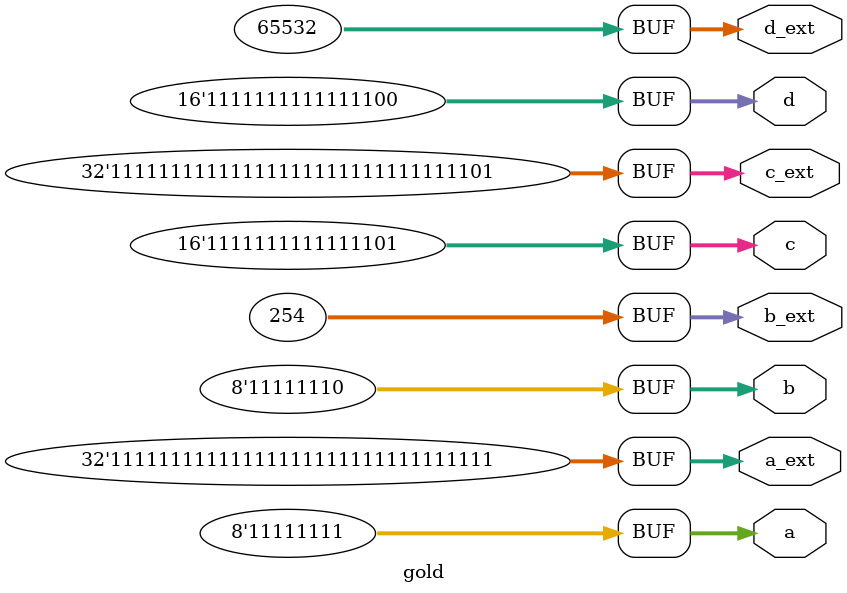
<source format=sv>
`define INITS \
    assign a = -1; \
    assign b = -2; \
    assign c = -3; \
    assign d = -4; \
    assign a_ext = a; \
    assign b_ext = b; \
    assign c_ext = c; \
    assign d_ext = d;

module gate_a(
    output byte a,
    output byte unsigned b,
    output shortint c,
    output shortint unsigned d,
    output [31:0] a_ext,
    output [31:0] b_ext,
    output [31:0] c_ext,
    output [31:0] d_ext
);
    `INITS
endmodule

module gate_b(
    a, b, c, d,
    a_ext, b_ext, c_ext, d_ext
);
    output byte a;
    output byte unsigned b;
    output shortint c;
    output shortint unsigned d;
    output [31:0] a_ext;
    output [31:0] b_ext;
    output [31:0] c_ext;
    output [31:0] d_ext;
    `INITS
endmodule

module gold(
    output signed [7:0] a,
    output unsigned [7:0] b,
    output signed [15:0] c,
    output unsigned [15:0] d,
    output [31:0] a_ext,
    output [31:0] b_ext,
    output [31:0] c_ext,
    output [31:0] d_ext
);
    `INITS
endmodule

</source>
